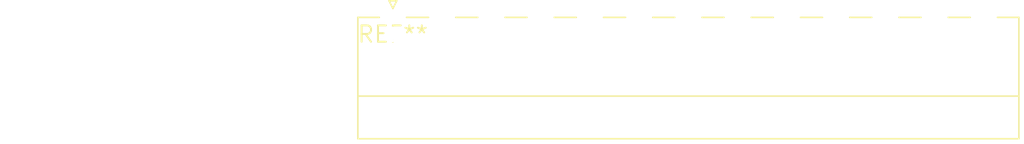
<source format=kicad_pcb>
(kicad_pcb (version 20240108) (generator pcbnew)
  (layers (0 "F.Cu" signal) (31 "B.Cu" signal) (34 "B.Paste" user) (35 "F.Paste" user) (36 "B.SilkS" user "B.Silkscreen") (37 "F.SilkS" user "F.Silkscreen") (38 "B.Mask" user) (39 "F.Mask" user) (44 "Edge.Cuts" user))
  (net 0 "")
  (footprint "PhoenixContact_MC_1,5_13-G-3.81_1x13_P3.81mm_Horizontal" (layer "F.Cu") (at 0 0)
    (property "Reference" "REF**")
    (property "Value" "PhoenixContact_MC_1,5_13-G-3.81_1x13_P3.81mm_Horizontal")
    (fp_line (start -2.71 -1.31) (end -2.71 8.11) (layer "F.SilkS") (stroke (width 0.12)))
    (fp_line (start -2.71 -1.31) (end -1.05 -1.31) (layer "F.SilkS") (stroke (width 0.12)))
    (fp_line (start -2.71 4.8) (end 48.43 4.8) (layer "F.SilkS") (stroke (width 0.12)))
    (fp_line (start -2.71 8.11) (end 48.43 8.11) (layer "F.SilkS") (stroke (width 0.12)))
    (fp_line (start -0.3 -2.6) (end 0.3 -2.6) (layer "F.SilkS") (stroke (width 0.12)))
    (fp_line (start 0 -2) (end -0.3 -2.6) (layer "F.SilkS") (stroke (width 0.12)))
    (fp_line (start 0.3 -2.6) (end 0 -2) (layer "F.SilkS") (stroke (width 0.12)))
    (fp_line (start 1.05 -1.31) (end 2.76 -1.31) (layer "F.SilkS") (stroke (width 0.12)))
    (fp_line (start 4.86 -1.31) (end 6.57 -1.31) (layer "F.SilkS") (stroke (width 0.12)))
    (fp_line (start 8.67 -1.31) (end 10.38 -1.31) (layer "F.SilkS") (stroke (width 0.12)))
    (fp_line (start 12.48 -1.31) (end 14.19 -1.31) (layer "F.SilkS") (stroke (width 0.12)))
    (fp_line (start 16.29 -1.31) (end 18 -1.31) (layer "F.SilkS") (stroke (width 0.12)))
    (fp_line (start 20.1 -1.31) (end 21.81 -1.31) (layer "F.SilkS") (stroke (width 0.12)))
    (fp_line (start 23.91 -1.31) (end 25.62 -1.31) (layer "F.SilkS") (stroke (width 0.12)))
    (fp_line (start 27.72 -1.31) (end 29.43 -1.31) (layer "F.SilkS") (stroke (width 0.12)))
    (fp_line (start 31.53 -1.31) (end 33.24 -1.31) (layer "F.SilkS") (stroke (width 0.12)))
    (fp_line (start 35.34 -1.31) (end 37.05 -1.31) (layer "F.SilkS") (stroke (width 0.12)))
    (fp_line (start 39.15 -1.31) (end 40.86 -1.31) (layer "F.SilkS") (stroke (width 0.12)))
    (fp_line (start 42.96 -1.31) (end 44.67 -1.31) (layer "F.SilkS") (stroke (width 0.12)))
    (fp_line (start 48.43 -1.31) (end 46.77 -1.31) (layer "F.SilkS") (stroke (width 0.12)))
    (fp_line (start 48.43 8.11) (end 48.43 -1.31) (layer "F.SilkS") (stroke (width 0.12)))
    (pad "1" thru_hole roundrect (at 0 0) (size 1.8 3.6) (drill 1.2) (layers *.Cu *.Mask) (remove_unused_layers) (roundrect_rratio 0.138889))
    (pad "2" thru_hole oval (at 3.81 0) (size 1.8 3.6) (drill 1.2) (layers *.Cu *.Mask) (remove_unused_layers))
    (pad "3" thru_hole oval (at 7.62 0) (size 1.8 3.6) (drill 1.2) (layers *.Cu *.Mask) (remove_unused_layers))
    (pad "4" thru_hole oval (at 11.43 0) (size 1.8 3.6) (drill 1.2) (layers *.Cu *.Mask) (remove_unused_layers))
    (pad "5" thru_hole oval (at 15.24 0) (size 1.8 3.6) (drill 1.2) (layers *.Cu *.Mask) (remove_unused_layers))
    (pad "6" thru_hole oval (at 19.05 0) (size 1.8 3.6) (drill 1.2) (layers *.Cu *.Mask) (remove_unused_layers))
    (pad "7" thru_hole oval (at 22.86 0) (size 1.8 3.6) (drill 1.2) (layers *.Cu *.Mask) (remove_unused_layers))
    (pad "8" thru_hole oval (at 26.67 0) (size 1.8 3.6) (drill 1.2) (layers *.Cu *.Mask) (remove_unused_layers))
    (pad "9" thru_hole oval (at 30.48 0) (size 1.8 3.6) (drill 1.2) (layers *.Cu *.Mask) (remove_unused_layers))
    (pad "10" thru_hole oval (at 34.29 0) (size 1.8 3.6) (drill 1.2) (layers *.Cu *.Mask) (remove_unused_layers))
    (pad "11" thru_hole oval (at 38.1 0) (size 1.8 3.6) (drill 1.2) (layers *.Cu *.Mask) (remove_unused_layers))
    (pad "12" thru_hole oval (at 41.91 0) (size 1.8 3.6) (drill 1.2) (layers *.Cu *.Mask) (remove_unused_layers))
    (pad "13" thru_hole oval (at 45.72 0) (size 1.8 3.6) (drill 1.2) (layers *.Cu *.Mask) (remove_unused_layers))
  )
)
</source>
